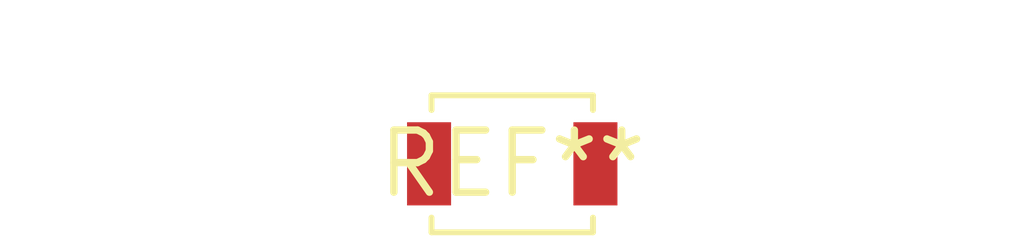
<source format=kicad_pcb>
(kicad_pcb (version 20240108) (generator pcbnew)
  (layers (0 "F.Cu" signal) (31 "B.Cu" signal) (34 "B.Paste" user) (35 "F.Paste" user) (36 "B.SilkS" user "B.Silkscreen") (37 "F.SilkS" user "F.Silkscreen") (38 "B.Mask" user) (39 "F.Mask" user) (44 "Edge.Cuts" user))
  (net 0 "")
  (footprint "SW_SPST_B3U-1000P" (layer "F.Cu") (at 0 0)
    (property "Reference" "REF**")
    (property "Value" "SW_SPST_B3U-1000P")
    (fp_line (start -1.65 -1.4) (end 1.65 -1.4) (layer "F.SilkS") (stroke (width 0.12)))
    (fp_line (start -1.65 -1.1) (end -1.65 -1.4) (layer "F.SilkS") (stroke (width 0.12)))
    (fp_line (start -1.65 1.1) (end -1.65 1.4) (layer "F.SilkS") (stroke (width 0.12)))
    (fp_line (start -1.65 1.4) (end 1.65 1.4) (layer "F.SilkS") (stroke (width 0.12)))
    (fp_line (start 1.65 -1.4) (end 1.65 -1.1) (layer "F.SilkS") (stroke (width 0.12)))
    (fp_line (start 1.65 1.4) (end 1.65 1.1) (layer "F.SilkS") (stroke (width 0.12)))
    (pad "1" smd rect (at -1.7 0) (size 0.9 1.7) (layers "F.Cu" "F.Paste" "F.Mask"))
    (pad "2" smd rect (at 1.7 0) (size 0.9 1.7) (layers "F.Cu" "F.Paste" "F.Mask"))
  )
)
</source>
